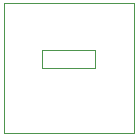
<source format=gbr>
%TF.GenerationSoftware,KiCad,Pcbnew,8.0.2*%
%TF.CreationDate,2024-05-14T06:17:59+10:00*%
%TF.ProjectId,KORRY-INSERT,4b4f5252-592d-4494-9e53-4552542e6b69,rev?*%
%TF.SameCoordinates,Original*%
%TF.FileFunction,Profile,NP*%
%FSLAX46Y46*%
G04 Gerber Fmt 4.6, Leading zero omitted, Abs format (unit mm)*
G04 Created by KiCad (PCBNEW 8.0.2) date 2024-05-14 06:17:59*
%MOMM*%
%LPD*%
G01*
G04 APERTURE LIST*
%TA.AperFunction,Profile*%
%ADD10C,0.100000*%
%TD*%
G04 APERTURE END LIST*
D10*
X184000000Y-71500000D02*
X195000000Y-71500000D01*
X195000000Y-82500000D01*
X184000000Y-82500000D01*
X184000000Y-71500000D01*
X187250000Y-75500000D02*
X191750000Y-75500000D01*
X191750000Y-77000000D01*
X187250000Y-77000000D01*
X187250000Y-75500000D01*
M02*

</source>
